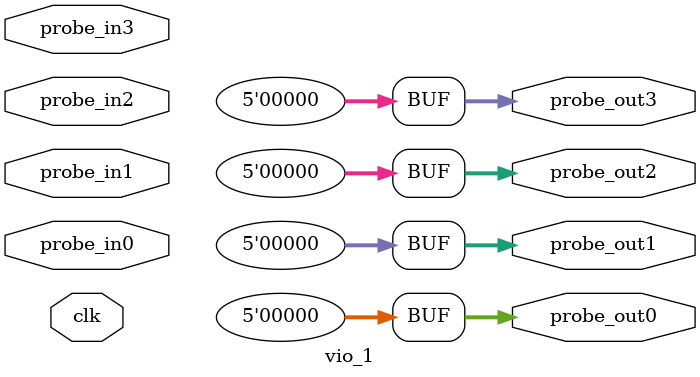
<source format=v>
`timescale 1ns / 1ps
module vio_1 (
clk,
probe_in0,probe_in1,probe_in2,probe_in3,
probe_out0,
probe_out1,
probe_out2,
probe_out3
);

input clk;
input [4 : 0] probe_in0;
input [4 : 0] probe_in1;
input [4 : 0] probe_in2;
input [4 : 0] probe_in3;

output reg [4 : 0] probe_out0 = 'h00 ;
output reg [4 : 0] probe_out1 = 'h00 ;
output reg [4 : 0] probe_out2 = 'h00 ;
output reg [4 : 0] probe_out3 = 'h00 ;


endmodule

</source>
